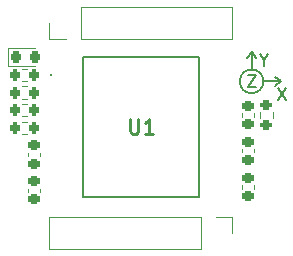
<source format=gbr>
%TF.GenerationSoftware,KiCad,Pcbnew,9.0.1*%
%TF.CreationDate,2025-06-14T19:14:14-04:00*%
%TF.ProjectId,SCH16TBreakout,53434831-3654-4427-9265-616b6f75742e,rev?*%
%TF.SameCoordinates,Original*%
%TF.FileFunction,Legend,Top*%
%TF.FilePolarity,Positive*%
%FSLAX46Y46*%
G04 Gerber Fmt 4.6, Leading zero omitted, Abs format (unit mm)*
G04 Created by KiCad (PCBNEW 9.0.1) date 2025-06-14 19:14:14*
%MOMM*%
%LPD*%
G01*
G04 APERTURE LIST*
G04 Aperture macros list*
%AMRoundRect*
0 Rectangle with rounded corners*
0 $1 Rounding radius*
0 $2 $3 $4 $5 $6 $7 $8 $9 X,Y pos of 4 corners*
0 Add a 4 corners polygon primitive as box body*
4,1,4,$2,$3,$4,$5,$6,$7,$8,$9,$2,$3,0*
0 Add four circle primitives for the rounded corners*
1,1,$1+$1,$2,$3*
1,1,$1+$1,$4,$5*
1,1,$1+$1,$6,$7*
1,1,$1+$1,$8,$9*
0 Add four rect primitives between the rounded corners*
20,1,$1+$1,$2,$3,$4,$5,0*
20,1,$1+$1,$4,$5,$6,$7,0*
20,1,$1+$1,$6,$7,$8,$9,0*
20,1,$1+$1,$8,$9,$2,$3,0*%
G04 Aperture macros list end*
%ADD10C,0.180000*%
%ADD11C,0.254000*%
%ADD12C,0.120000*%
%ADD13C,0.150000*%
%ADD14C,0.100000*%
%ADD15C,0.200000*%
%ADD16RoundRect,0.200000X-0.200000X-0.275000X0.200000X-0.275000X0.200000X0.275000X-0.200000X0.275000X0*%
%ADD17RoundRect,0.200000X0.200000X0.275000X-0.200000X0.275000X-0.200000X-0.275000X0.200000X-0.275000X0*%
%ADD18C,3.500000*%
%ADD19R,1.700000X1.700000*%
%ADD20C,1.700000*%
%ADD21RoundRect,0.225000X-0.250000X0.225000X-0.250000X-0.225000X0.250000X-0.225000X0.250000X0.225000X0*%
%ADD22RoundRect,0.200000X0.275000X-0.200000X0.275000X0.200000X-0.275000X0.200000X-0.275000X-0.200000X0*%
%ADD23RoundRect,0.225000X0.250000X-0.225000X0.250000X0.225000X-0.250000X0.225000X-0.250000X-0.225000X0*%
%ADD24RoundRect,0.218750X-0.218750X-0.256250X0.218750X-0.256250X0.218750X0.256250X-0.218750X0.256250X0*%
%ADD25R,1.870000X0.500000*%
G04 APERTURE END LIST*
D10*
X46000000Y-53977068D02*
X46000000Y-54453259D01*
X45666667Y-53453259D02*
X46000000Y-53977068D01*
X46000000Y-53977068D02*
X46333333Y-53453259D01*
X44616667Y-55203259D02*
X45283333Y-55203259D01*
X45283333Y-55203259D02*
X44616667Y-56203259D01*
X44616667Y-56203259D02*
X45283333Y-56203259D01*
X47166667Y-56353259D02*
X47833333Y-57353259D01*
X47833333Y-56353259D02*
X47166667Y-57353259D01*
D11*
X34642380Y-58904318D02*
X34642380Y-59932413D01*
X34642380Y-59932413D02*
X34702857Y-60053365D01*
X34702857Y-60053365D02*
X34763333Y-60113842D01*
X34763333Y-60113842D02*
X34884285Y-60174318D01*
X34884285Y-60174318D02*
X35126190Y-60174318D01*
X35126190Y-60174318D02*
X35247142Y-60113842D01*
X35247142Y-60113842D02*
X35307619Y-60053365D01*
X35307619Y-60053365D02*
X35368095Y-59932413D01*
X35368095Y-59932413D02*
X35368095Y-58904318D01*
X36638095Y-60174318D02*
X35912380Y-60174318D01*
X36275237Y-60174318D02*
X36275237Y-58904318D01*
X36275237Y-58904318D02*
X36154285Y-59085746D01*
X36154285Y-59085746D02*
X36033333Y-59206699D01*
X36033333Y-59206699D02*
X35912380Y-59267175D01*
D12*
%TO.C,R5*%
X25487742Y-54677500D02*
X25962258Y-54677500D01*
X25487742Y-55722500D02*
X25962258Y-55722500D01*
%TO.C,R4*%
X25962258Y-56177500D02*
X25487742Y-56177500D01*
X25962258Y-57222500D02*
X25487742Y-57222500D01*
D13*
%TO.C,REF\u002A\u002A*%
X44950000Y-53250000D02*
X44550000Y-53750000D01*
X44950000Y-53250000D02*
X45350000Y-53750000D01*
X44950000Y-54750000D02*
X44950000Y-53250000D01*
X45950000Y-55750000D02*
X47450000Y-55750000D01*
X47450000Y-55750000D02*
X46950000Y-55350000D01*
X47450000Y-55750000D02*
X46950000Y-56150000D01*
X45950000Y-55750000D02*
G75*
G02*
X43950000Y-55750000I-1000000J0D01*
G01*
X43950000Y-55750000D02*
G75*
G02*
X45950000Y-55750000I1000000J0D01*
G01*
D12*
%TO.C,R2*%
X25487742Y-59177500D02*
X25962258Y-59177500D01*
X25487742Y-60222500D02*
X25962258Y-60222500D01*
%TO.C,J1*%
X27830000Y-52180000D02*
X27830001Y-50800000D01*
X29210000Y-52179999D02*
X27830000Y-52180000D01*
X30480000Y-49420000D02*
X43290000Y-49420000D01*
X30480000Y-52180000D02*
X30480000Y-49420000D01*
X30480000Y-52180000D02*
X43290000Y-52180000D01*
X43290000Y-52180000D02*
X43290000Y-49420000D01*
%TO.C,J2*%
X27830000Y-67200000D02*
X27830000Y-69960000D01*
X40640000Y-67200000D02*
X27830000Y-67200000D01*
X40640000Y-67200000D02*
X40640000Y-69960000D01*
X40640000Y-69960000D02*
X27830000Y-69960000D01*
X41910000Y-67200001D02*
X43290000Y-67200000D01*
X43290000Y-67200000D02*
X43289999Y-68580000D01*
%TO.C,R3*%
X25962258Y-57677500D02*
X25487742Y-57677500D01*
X25962258Y-58722500D02*
X25487742Y-58722500D01*
%TO.C,C4*%
X44100000Y-64559419D02*
X44100000Y-64840581D01*
X45120000Y-64559419D02*
X45120000Y-64840581D01*
%TO.C,R1*%
X45677500Y-58837258D02*
X45677500Y-58362742D01*
X46722500Y-58837258D02*
X46722500Y-58362742D01*
%TO.C,C3*%
X44100000Y-58740581D02*
X44100000Y-58459419D01*
X45120000Y-58740581D02*
X45120000Y-58459419D01*
%TO.C,D1*%
X24302500Y-52965000D02*
X24302500Y-54435000D01*
X24302500Y-54435000D02*
X26587500Y-54435000D01*
X26587500Y-52965000D02*
X24302500Y-52965000D01*
%TO.C,C5*%
X25990000Y-64834419D02*
X25990000Y-65115581D01*
X27010000Y-64834419D02*
X27010000Y-65115581D01*
%TO.C,C2*%
X25990000Y-61809419D02*
X25990000Y-62090581D01*
X27010000Y-61809419D02*
X27010000Y-62090581D01*
D14*
%TO.C,U1*%
X27910000Y-55200000D02*
X27910000Y-55200000D01*
X28010000Y-55200000D02*
X28010000Y-55200000D01*
D15*
X30710000Y-53700000D02*
X40510000Y-53700000D01*
X30710000Y-65500000D02*
X30710000Y-53700000D01*
X40510000Y-53700000D02*
X40510000Y-65500000D01*
X40510000Y-65500000D02*
X30710000Y-65500000D01*
D14*
X27910000Y-55200000D02*
G75*
G02*
X28010000Y-55200000I50000J0D01*
G01*
X28010000Y-55200000D02*
G75*
G02*
X27910000Y-55200000I-50000J0D01*
G01*
D12*
%TO.C,C1*%
X44100000Y-61484419D02*
X44100000Y-61765581D01*
X45120000Y-61484419D02*
X45120000Y-61765581D01*
%TD*%
%LPC*%
D16*
%TO.C,R5*%
X24900000Y-55200000D03*
X26550000Y-55200000D03*
%TD*%
D17*
%TO.C,R4*%
X26550000Y-56700000D03*
X24900000Y-56700000D03*
%TD*%
D18*
%TO.C,H3*%
X45720000Y-50800000D03*
%TD*%
%TO.C,H2*%
X45720000Y-68580000D03*
%TD*%
D16*
%TO.C,R2*%
X24900000Y-59700000D03*
X26550000Y-59700000D03*
%TD*%
D19*
%TO.C,J1*%
X29210000Y-50800000D03*
D20*
X31750000Y-50800000D03*
X34289999Y-50800000D03*
X36830000Y-50800000D03*
X39370000Y-50800000D03*
X41910000Y-50800000D03*
%TD*%
D19*
%TO.C,J2*%
X41910000Y-68580000D03*
D20*
X39370000Y-68580000D03*
X36830001Y-68580000D03*
X34290000Y-68580000D03*
X31750000Y-68580000D03*
X29210000Y-68580000D03*
%TD*%
D17*
%TO.C,R3*%
X26550000Y-58200000D03*
X24900000Y-58200000D03*
%TD*%
D21*
%TO.C,C4*%
X44610000Y-63925000D03*
X44610000Y-65475000D03*
%TD*%
D22*
%TO.C,R1*%
X46200000Y-59425000D03*
X46200000Y-57775000D03*
%TD*%
D18*
%TO.C,H1*%
X25400000Y-68580000D03*
%TD*%
D23*
%TO.C,C3*%
X44610000Y-59375000D03*
X44610000Y-57825000D03*
%TD*%
D24*
%TO.C,D1*%
X25000000Y-53700000D03*
X26575000Y-53700000D03*
%TD*%
D21*
%TO.C,C5*%
X26500000Y-64200000D03*
X26500000Y-65750000D03*
%TD*%
D18*
%TO.C,H4*%
X25400000Y-50800000D03*
%TD*%
D21*
%TO.C,C2*%
X26500000Y-61175000D03*
X26500000Y-62725000D03*
%TD*%
D25*
%TO.C,U1*%
X29445000Y-55200000D03*
X29445000Y-56000000D03*
X29445000Y-56800000D03*
X29445000Y-57600000D03*
X29445000Y-58400000D03*
X29445000Y-59200000D03*
X29445000Y-60000000D03*
X29445000Y-60800000D03*
X29445000Y-61600000D03*
X29445000Y-62400000D03*
X29445000Y-63200000D03*
X29445000Y-64000000D03*
X41775000Y-64000000D03*
X41775000Y-63200000D03*
X41775000Y-62400000D03*
X41775000Y-61600000D03*
X41775000Y-60800000D03*
X41775000Y-60000000D03*
X41775000Y-59200000D03*
X41775000Y-58400000D03*
X41775000Y-57600000D03*
X41775000Y-56800000D03*
X41775000Y-56000000D03*
X41775000Y-55200000D03*
%TD*%
D21*
%TO.C,C1*%
X44610000Y-60850000D03*
X44610000Y-62400000D03*
%TD*%
%LPD*%
M02*

</source>
